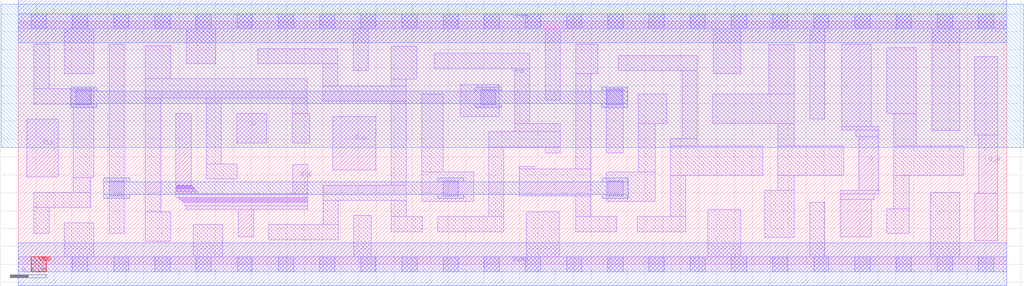
<source format=lef>
# Copyright 2020 The SkyWater PDK Authors
#
# Licensed under the Apache License, Version 2.0 (the "License");
# you may not use this file except in compliance with the License.
# You may obtain a copy of the License at
#
#     https://www.apache.org/licenses/LICENSE-2.0
#
# Unless required by applicable law or agreed to in writing, software
# distributed under the License is distributed on an "AS IS" BASIS,
# WITHOUT WARRANTIES OR CONDITIONS OF ANY KIND, either express or implied.
# See the License for the specific language governing permissions and
# limitations under the License.
#
# SPDX-License-Identifier: Apache-2.0

VERSION 5.7 ;
  NOWIREEXTENSIONATPIN ON ;
  DIVIDERCHAR "/" ;
  BUSBITCHARS "[]" ;
MACRO sky130_fd_sc_hd__sdfxbp_1
  CLASS CORE ;
  FOREIGN sky130_fd_sc_hd__sdfxbp_1 ;
  ORIGIN  0.000000  0.000000 ;
  SIZE  11.04000 BY  2.720000 ;
  SYMMETRY X Y R90 ;
  SITE unithd ;
  PIN D
    ANTENNAGATEAREA  0.159000 ;
    DIRECTION INPUT ;
    USE SIGNAL ;
    PORT
      LAYER li1 ;
        RECT 2.440000 1.355000 2.775000 1.685000 ;
    END
  END D
  PIN Q
    ANTENNADIFFAREA  0.429000 ;
    DIRECTION OUTPUT ;
    USE SIGNAL ;
    PORT
      LAYER li1 ;
        RECT 9.180000 0.305000 9.530000 0.725000 ;
        RECT 9.180000 0.725000 9.560000 0.790000 ;
        RECT 9.180000 0.790000 9.610000 0.825000 ;
        RECT 9.200000 1.505000 9.610000 1.540000 ;
        RECT 9.200000 1.540000 9.530000 2.465000 ;
        RECT 9.355000 1.430000 9.610000 1.505000 ;
        RECT 9.390000 0.825000 9.610000 1.430000 ;
    END
  END Q
  PIN Q_N
    ANTENNADIFFAREA  0.429000 ;
    DIRECTION OUTPUT ;
    USE SIGNAL ;
    PORT
      LAYER li1 ;
        RECT 10.685000 0.265000 10.940000 0.795000 ;
        RECT 10.685000 1.445000 10.940000 2.325000 ;
        RECT 10.730000 0.795000 10.940000 1.445000 ;
    END
  END Q_N
  PIN SCD
    ANTENNAGATEAREA  0.159000 ;
    DIRECTION INPUT ;
    USE SIGNAL ;
    PORT
      LAYER li1 ;
        RECT 3.515000 1.055000 3.995000 1.655000 ;
    END
  END SCD
  PIN SCE
    ANTENNAGATEAREA  0.318000 ;
    DIRECTION INPUT ;
    USE SIGNAL ;
    PORT
      LAYER li1 ;
        RECT 1.760000 0.750000 3.235000 0.785000 ;
        RECT 1.760000 0.785000 2.010000 0.810000 ;
        RECT 1.760000 0.810000 1.990000 0.820000 ;
        RECT 1.760000 0.820000 1.975000 0.835000 ;
        RECT 1.760000 0.835000 1.970000 0.840000 ;
        RECT 1.760000 0.840000 1.965000 0.850000 ;
        RECT 1.760000 0.850000 1.960000 0.855000 ;
        RECT 1.760000 0.855000 1.955000 0.860000 ;
        RECT 1.760000 0.860000 1.950000 0.870000 ;
        RECT 1.760000 0.870000 1.945000 0.875000 ;
        RECT 1.760000 0.875000 1.940000 0.880000 ;
        RECT 1.760000 0.880000 1.930000 1.685000 ;
        RECT 1.790000 0.735000 3.235000 0.750000 ;
        RECT 1.805000 0.725000 3.235000 0.735000 ;
        RECT 1.820000 0.715000 3.235000 0.725000 ;
        RECT 1.830000 0.705000 3.235000 0.715000 ;
        RECT 1.840000 0.690000 3.235000 0.705000 ;
        RECT 1.860000 0.655000 3.235000 0.690000 ;
        RECT 1.875000 0.615000 3.235000 0.655000 ;
        RECT 2.455000 0.305000 2.630000 0.615000 ;
        RECT 3.065000 0.785000 3.235000 1.115000 ;
    END
  END SCE
  PIN VNB
    PORT
      LAYER pwell ;
        RECT 0.145000 -0.085000 0.315000 0.085000 ;
    END
  END VNB
  PIN VPB
    PORT
      LAYER nwell ;
        RECT -0.190000 1.305000 11.230000 2.910000 ;
    END
  END VPB
  PIN CLK
    ANTENNAGATEAREA  0.159000 ;
    DIRECTION INPUT ;
    USE CLOCK ;
    PORT
      LAYER li1 ;
        RECT 0.095000 0.975000 0.445000 1.625000 ;
    END
  END CLK
  PIN VGND
    DIRECTION INOUT ;
    SHAPE ABUTMENT ;
    USE GROUND ;
    PORT
      LAYER met1 ;
        RECT 0.000000 -0.240000 11.040000 0.240000 ;
    END
  END VGND
  PIN VPWR
    DIRECTION INOUT ;
    SHAPE ABUTMENT ;
    USE POWER ;
    PORT
      LAYER met1 ;
        RECT 0.000000 2.480000 11.040000 2.960000 ;
    END
  END VPWR
  OBS
    LAYER li1 ;
      RECT  0.000000 -0.085000 11.040000 0.085000 ;
      RECT  0.000000  2.635000 11.040000 2.805000 ;
      RECT  0.175000  0.345000  0.345000 0.635000 ;
      RECT  0.175000  0.635000  0.810000 0.805000 ;
      RECT  0.175000  1.795000  0.845000 1.965000 ;
      RECT  0.175000  1.965000  0.345000 2.465000 ;
      RECT  0.515000  0.085000  0.845000 0.465000 ;
      RECT  0.515000  2.135000  0.845000 2.635000 ;
      RECT  0.615000  0.805000  0.810000 0.970000 ;
      RECT  0.615000  0.970000  0.845000 1.795000 ;
      RECT  1.015000  0.345000  1.185000 2.465000 ;
      RECT  1.420000  0.255000  1.705000 0.585000 ;
      RECT  1.420000  0.585000  1.590000 1.860000 ;
      RECT  1.420000  1.860000  3.230000 2.075000 ;
      RECT  1.420000  2.075000  1.705000 2.445000 ;
      RECT  1.875000  2.245000  2.205000 2.635000 ;
      RECT  1.955000  0.085000  2.285000 0.445000 ;
      RECT  2.100000  0.955000  2.445000 1.125000 ;
      RECT  2.100000  1.125000  2.270000 1.860000 ;
      RECT  2.675000  2.245000  3.570000 2.415000 ;
      RECT  2.800000  0.275000  3.575000 0.445000 ;
      RECT  3.060000  1.355000  3.255000 1.685000 ;
      RECT  3.060000  1.685000  3.230000 1.860000 ;
      RECT  3.400000  1.825000  4.335000 1.995000 ;
      RECT  3.400000  1.995000  3.570000 2.245000 ;
      RECT  3.405000  0.445000  3.575000 0.715000 ;
      RECT  3.405000  0.715000  4.335000 0.885000 ;
      RECT  3.740000  2.165000  3.910000 2.635000 ;
      RECT  3.745000  0.085000  3.945000 0.545000 ;
      RECT  4.165000  0.365000  4.515000 0.535000 ;
      RECT  4.165000  0.535000  4.335000 0.715000 ;
      RECT  4.165000  0.885000  4.335000 1.825000 ;
      RECT  4.165000  1.995000  4.335000 2.070000 ;
      RECT  4.165000  2.070000  4.450000 2.440000 ;
      RECT  4.505000  0.705000  5.085000 1.035000 ;
      RECT  4.505000  1.035000  4.745000 1.905000 ;
      RECT  4.645000  2.190000  5.715000 2.360000 ;
      RECT  4.685000  0.365000  5.425000 0.535000 ;
      RECT  4.935000  1.655000  5.375000 2.010000 ;
      RECT  5.255000  0.535000  5.425000 1.315000 ;
      RECT  5.255000  1.315000  6.055000 1.485000 ;
      RECT  5.545000  1.485000  6.055000 1.575000 ;
      RECT  5.545000  1.575000  5.715000 2.190000 ;
      RECT  5.595000  0.765000  6.395000 1.065000 ;
      RECT  5.595000  1.065000  5.765000 1.095000 ;
      RECT  5.675000  0.085000  6.045000 0.585000 ;
      RECT  5.885000  1.245000  6.055000 1.315000 ;
      RECT  5.885000  1.835000  6.055000 2.635000 ;
      RECT  6.225000  0.365000  6.685000 0.535000 ;
      RECT  6.225000  0.535000  6.395000 0.765000 ;
      RECT  6.225000  1.065000  6.395000 2.135000 ;
      RECT  6.225000  2.135000  6.475000 2.465000 ;
      RECT  6.565000  0.705000  7.115000 1.035000 ;
      RECT  6.565000  1.245000  6.755000 1.965000 ;
      RECT  6.700000  2.165000  7.585000 2.335000 ;
      RECT  6.915000  0.365000  7.455000 0.535000 ;
      RECT  6.925000  1.035000  7.115000 1.575000 ;
      RECT  6.925000  1.575000  7.245000 1.905000 ;
      RECT  7.285000  0.535000  7.455000 0.995000 ;
      RECT  7.285000  0.995000  8.315000 1.325000 ;
      RECT  7.285000  1.325000  7.585000 1.405000 ;
      RECT  7.415000  1.405000  7.585000 2.165000 ;
      RECT  7.700000  0.085000  8.070000 0.615000 ;
      RECT  7.755000  1.575000  8.670000 1.905000 ;
      RECT  7.765000  2.135000  8.070000 2.635000 ;
      RECT  8.340000  0.300000  8.670000 0.825000 ;
      RECT  8.380000  1.905000  8.670000 2.455000 ;
      RECT  8.485000  0.825000  8.670000 0.995000 ;
      RECT  8.485000  0.995000  9.220000 1.325000 ;
      RECT  8.485000  1.325000  8.670000 1.575000 ;
      RECT  8.840000  0.085000  9.010000 0.695000 ;
      RECT  8.840000  1.625000  9.010000 2.635000 ;
      RECT  9.700000  0.345000  9.950000 0.620000 ;
      RECT  9.700000  1.685000 10.030000 2.425000 ;
      RECT  9.780000  0.620000  9.950000 0.995000 ;
      RECT  9.780000  0.995000 10.560000 1.325000 ;
      RECT  9.780000  1.325000 10.030000 1.685000 ;
      RECT 10.185000  0.085000 10.515000 0.805000 ;
      RECT 10.210000  1.495000 10.515000 2.635000 ;
    LAYER mcon ;
      RECT  0.145000 -0.085000  0.315000 0.085000 ;
      RECT  0.145000  2.635000  0.315000 2.805000 ;
      RECT  0.605000 -0.085000  0.775000 0.085000 ;
      RECT  0.605000  2.635000  0.775000 2.805000 ;
      RECT  0.645000  1.785000  0.815000 1.955000 ;
      RECT  1.015000  0.765000  1.185000 0.935000 ;
      RECT  1.065000 -0.085000  1.235000 0.085000 ;
      RECT  1.065000  2.635000  1.235000 2.805000 ;
      RECT  1.525000 -0.085000  1.695000 0.085000 ;
      RECT  1.525000  2.635000  1.695000 2.805000 ;
      RECT  1.985000 -0.085000  2.155000 0.085000 ;
      RECT  1.985000  2.635000  2.155000 2.805000 ;
      RECT  2.445000 -0.085000  2.615000 0.085000 ;
      RECT  2.445000  2.635000  2.615000 2.805000 ;
      RECT  2.905000 -0.085000  3.075000 0.085000 ;
      RECT  2.905000  2.635000  3.075000 2.805000 ;
      RECT  3.365000 -0.085000  3.535000 0.085000 ;
      RECT  3.365000  2.635000  3.535000 2.805000 ;
      RECT  3.825000 -0.085000  3.995000 0.085000 ;
      RECT  3.825000  2.635000  3.995000 2.805000 ;
      RECT  4.285000 -0.085000  4.455000 0.085000 ;
      RECT  4.285000  2.635000  4.455000 2.805000 ;
      RECT  4.745000 -0.085000  4.915000 0.085000 ;
      RECT  4.745000  0.765000  4.915000 0.935000 ;
      RECT  4.745000  2.635000  4.915000 2.805000 ;
      RECT  5.165000  1.785000  5.335000 1.955000 ;
      RECT  5.205000 -0.085000  5.375000 0.085000 ;
      RECT  5.205000  2.635000  5.375000 2.805000 ;
      RECT  5.665000 -0.085000  5.835000 0.085000 ;
      RECT  5.665000  2.635000  5.835000 2.805000 ;
      RECT  6.125000 -0.085000  6.295000 0.085000 ;
      RECT  6.125000  2.635000  6.295000 2.805000 ;
      RECT  6.575000  1.785000  6.745000 1.955000 ;
      RECT  6.585000 -0.085000  6.755000 0.085000 ;
      RECT  6.585000  0.765000  6.755000 0.935000 ;
      RECT  6.585000  2.635000  6.755000 2.805000 ;
      RECT  7.045000 -0.085000  7.215000 0.085000 ;
      RECT  7.045000  2.635000  7.215000 2.805000 ;
      RECT  7.505000 -0.085000  7.675000 0.085000 ;
      RECT  7.505000  2.635000  7.675000 2.805000 ;
      RECT  7.965000 -0.085000  8.135000 0.085000 ;
      RECT  7.965000  2.635000  8.135000 2.805000 ;
      RECT  8.425000 -0.085000  8.595000 0.085000 ;
      RECT  8.425000  2.635000  8.595000 2.805000 ;
      RECT  8.885000 -0.085000  9.055000 0.085000 ;
      RECT  8.885000  2.635000  9.055000 2.805000 ;
      RECT  9.345000 -0.085000  9.515000 0.085000 ;
      RECT  9.345000  2.635000  9.515000 2.805000 ;
      RECT  9.805000 -0.085000  9.975000 0.085000 ;
      RECT  9.805000  2.635000  9.975000 2.805000 ;
      RECT 10.265000 -0.085000 10.435000 0.085000 ;
      RECT 10.265000  2.635000 10.435000 2.805000 ;
      RECT 10.725000 -0.085000 10.895000 0.085000 ;
      RECT 10.725000  2.635000 10.895000 2.805000 ;
    LAYER met1 ;
      RECT 0.585000 1.755000 0.875000 1.800000 ;
      RECT 0.585000 1.800000 6.805000 1.940000 ;
      RECT 0.585000 1.940000 0.875000 1.985000 ;
      RECT 0.955000 0.735000 1.245000 0.780000 ;
      RECT 0.955000 0.780000 6.815000 0.920000 ;
      RECT 0.955000 0.920000 1.245000 0.965000 ;
      RECT 4.685000 0.735000 4.975000 0.780000 ;
      RECT 4.685000 0.920000 4.975000 0.965000 ;
      RECT 5.105000 1.755000 5.395000 1.800000 ;
      RECT 5.105000 1.940000 5.395000 1.985000 ;
      RECT 6.515000 1.755000 6.805000 1.800000 ;
      RECT 6.515000 1.940000 6.805000 1.985000 ;
      RECT 6.525000 0.735000 6.815000 0.780000 ;
      RECT 6.525000 0.920000 6.815000 0.965000 ;
  END
END sky130_fd_sc_hd__sdfxbp_1
END LIBRARY

</source>
